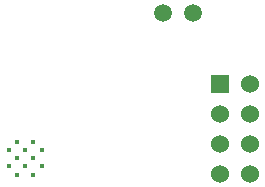
<source format=gbl>
G04 Layer: BottomLayer*
G04 EasyEDA Pro v2.2.32.3, 2024-11-26 12:07:46*
G04 Gerber Generator version 0.3*
G04 Scale: 100 percent, Rotated: No, Reflected: No*
G04 Dimensions in millimeters*
G04 Leading zeros omitted, absolute positions, 3 integers and 5 decimals*
%FSLAX35Y35*%
%MOMM*%
%ADD10R,1.524X1.524*%
%ADD11C,1.524*%
%ADD12C,1.5*%
%ADD13C,0.4*%
G75*


G04 Pad Start*
G54D10*
G01X3073400Y-736600D03*
G54D11*
G01X3327399Y-736600D03*
G01X3073400Y-990599D03*
G01X3327399Y-990599D03*
G01X3073400Y-1244599D03*
G01X3327399Y-1244599D03*
G01X3073400Y-1498598D03*
G01X3327399Y-1498598D03*
G54D12*
G01X2844787Y-139700D03*
G01X2590787Y-139700D03*
G04 Pad End*

G04 Via Start*
G54D13*
G01X1424762Y-1298410D03*
G01X1424762Y-1438415D03*
G01X1564767Y-1438415D03*
G01X1564767Y-1298410D03*
G01X1494765Y-1228407D03*
G01X1494765Y-1368412D03*
G01X1494765Y-1508417D03*
G01X1284757Y-1438415D03*
G01X1284757Y-1298410D03*
G01X1354760Y-1228407D03*
G01X1354760Y-1368412D03*
G01X1354760Y-1508417D03*
G04 Via End*

M02*


</source>
